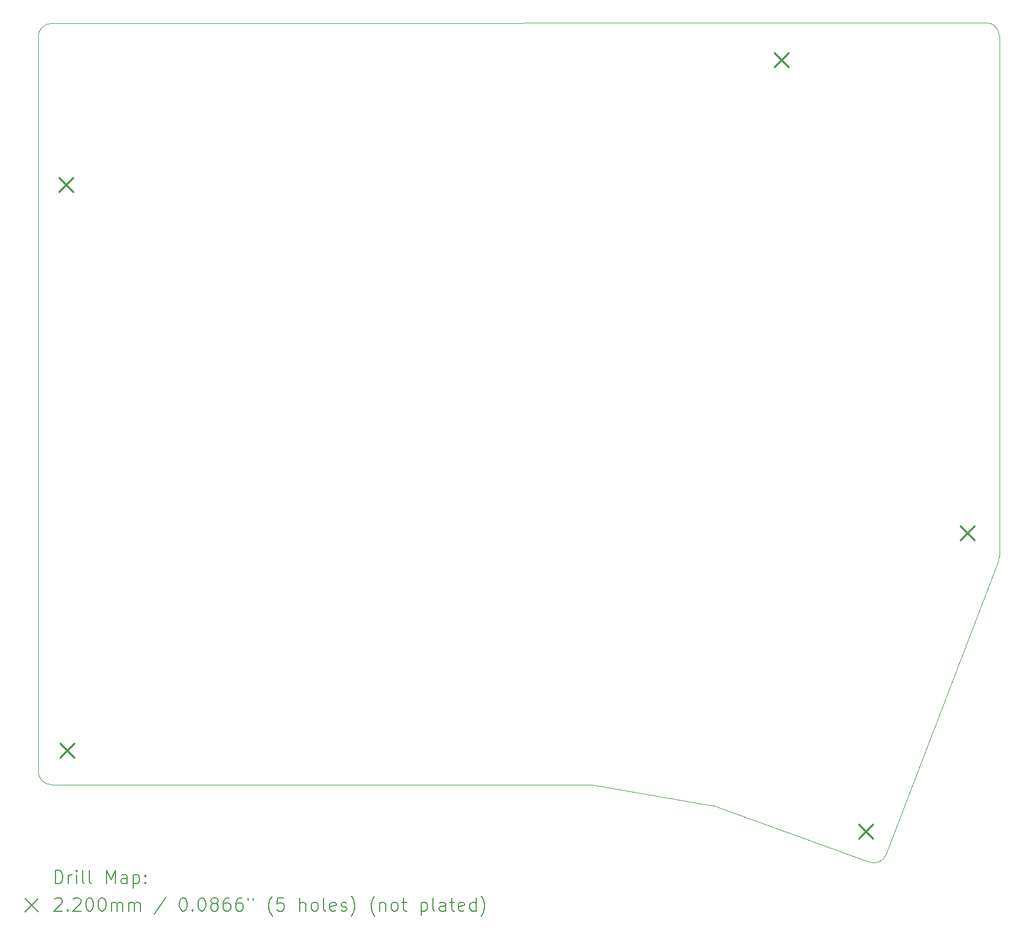
<source format=gbr>
%TF.GenerationSoftware,KiCad,Pcbnew,9.0.6*%
%TF.CreationDate,2025-12-07T22:27:31+09:00*%
%TF.ProjectId,tarakkie_v1_left_bot2,74617261-6b6b-4696-955f-76315f6c6566,rev?*%
%TF.SameCoordinates,Original*%
%TF.FileFunction,Drillmap*%
%TF.FilePolarity,Positive*%
%FSLAX45Y45*%
G04 Gerber Fmt 4.5, Leading zero omitted, Abs format (unit mm)*
G04 Created by KiCad (PCBNEW 9.0.6) date 2025-12-07 22:27:31*
%MOMM*%
%LPD*%
G01*
G04 APERTURE LIST*
%ADD10C,0.050000*%
%ADD11C,0.200000*%
%ADD12C,0.220000*%
G04 APERTURE END LIST*
D10*
X18548348Y-11964625D02*
X16832015Y-16445591D01*
X18359828Y-3747552D02*
G75*
G02*
X18559998Y-3947552I172J-199998D01*
G01*
X16832015Y-16445591D02*
G75*
G02*
X16576900Y-16562006I-186765J71541D01*
G01*
X3900000Y-3959828D02*
G75*
G02*
X4099828Y-3759830I200000J-2D01*
G01*
X14200280Y-15701210D02*
X12346663Y-15384609D01*
X18560000Y-3947552D02*
X18560000Y-11897357D01*
X4099828Y-3759828D02*
X18359828Y-3747552D01*
X12313032Y-15381754D02*
X4099958Y-15380042D01*
X4099958Y-15380042D02*
G75*
G02*
X3899998Y-15180042I42J200002D01*
G01*
X14200280Y-15701210D02*
G75*
G02*
X14234956Y-15710396I-33670J-197140D01*
G01*
X16576898Y-16562012D02*
X14234956Y-15710397D01*
X3900000Y-15180042D02*
X3900000Y-3959828D01*
X18560000Y-11897357D02*
G75*
G02*
X18548348Y-11964624I-199970J-3D01*
G01*
X12313032Y-15381754D02*
G75*
G02*
X12346663Y-15384609I-42J-200006D01*
G01*
D11*
D12*
X4210000Y-6110000D02*
X4430000Y-6330000D01*
X4430000Y-6110000D02*
X4210000Y-6330000D01*
X4230000Y-14750000D02*
X4450000Y-14970000D01*
X4450000Y-14750000D02*
X4230000Y-14970000D01*
X15130000Y-4206000D02*
X15350000Y-4426000D01*
X15350000Y-4206000D02*
X15130000Y-4426000D01*
X16410000Y-15980000D02*
X16630000Y-16200000D01*
X16630000Y-15980000D02*
X16410000Y-16200000D01*
X17959000Y-11426000D02*
X18179000Y-11646000D01*
X18179000Y-11426000D02*
X17959000Y-11646000D01*
D11*
X4158277Y-16888032D02*
X4158277Y-16688031D01*
X4158277Y-16688031D02*
X4205896Y-16688031D01*
X4205896Y-16688031D02*
X4234467Y-16697555D01*
X4234467Y-16697555D02*
X4253515Y-16716603D01*
X4253515Y-16716603D02*
X4263039Y-16735650D01*
X4263039Y-16735650D02*
X4272563Y-16773746D01*
X4272563Y-16773746D02*
X4272563Y-16802317D01*
X4272563Y-16802317D02*
X4263039Y-16840412D01*
X4263039Y-16840412D02*
X4253515Y-16859460D01*
X4253515Y-16859460D02*
X4234467Y-16878508D01*
X4234467Y-16878508D02*
X4205896Y-16888032D01*
X4205896Y-16888032D02*
X4158277Y-16888032D01*
X4358277Y-16888032D02*
X4358277Y-16754698D01*
X4358277Y-16792793D02*
X4367801Y-16773746D01*
X4367801Y-16773746D02*
X4377324Y-16764222D01*
X4377324Y-16764222D02*
X4396372Y-16754698D01*
X4396372Y-16754698D02*
X4415420Y-16754698D01*
X4482086Y-16888032D02*
X4482086Y-16754698D01*
X4482086Y-16688031D02*
X4472563Y-16697555D01*
X4472563Y-16697555D02*
X4482086Y-16707079D01*
X4482086Y-16707079D02*
X4491610Y-16697555D01*
X4491610Y-16697555D02*
X4482086Y-16688031D01*
X4482086Y-16688031D02*
X4482086Y-16707079D01*
X4605896Y-16888032D02*
X4586848Y-16878508D01*
X4586848Y-16878508D02*
X4577324Y-16859460D01*
X4577324Y-16859460D02*
X4577324Y-16688031D01*
X4710658Y-16888032D02*
X4691610Y-16878508D01*
X4691610Y-16878508D02*
X4682086Y-16859460D01*
X4682086Y-16859460D02*
X4682086Y-16688031D01*
X4939229Y-16888032D02*
X4939229Y-16688031D01*
X4939229Y-16688031D02*
X5005896Y-16830889D01*
X5005896Y-16830889D02*
X5072563Y-16688031D01*
X5072563Y-16688031D02*
X5072563Y-16888032D01*
X5253515Y-16888032D02*
X5253515Y-16783270D01*
X5253515Y-16783270D02*
X5243991Y-16764222D01*
X5243991Y-16764222D02*
X5224944Y-16754698D01*
X5224944Y-16754698D02*
X5186848Y-16754698D01*
X5186848Y-16754698D02*
X5167801Y-16764222D01*
X5253515Y-16878508D02*
X5234467Y-16888032D01*
X5234467Y-16888032D02*
X5186848Y-16888032D01*
X5186848Y-16888032D02*
X5167801Y-16878508D01*
X5167801Y-16878508D02*
X5158277Y-16859460D01*
X5158277Y-16859460D02*
X5158277Y-16840412D01*
X5158277Y-16840412D02*
X5167801Y-16821365D01*
X5167801Y-16821365D02*
X5186848Y-16811841D01*
X5186848Y-16811841D02*
X5234467Y-16811841D01*
X5234467Y-16811841D02*
X5253515Y-16802317D01*
X5348753Y-16754698D02*
X5348753Y-16954698D01*
X5348753Y-16764222D02*
X5367801Y-16754698D01*
X5367801Y-16754698D02*
X5405896Y-16754698D01*
X5405896Y-16754698D02*
X5424944Y-16764222D01*
X5424944Y-16764222D02*
X5434467Y-16773746D01*
X5434467Y-16773746D02*
X5443991Y-16792793D01*
X5443991Y-16792793D02*
X5443991Y-16849936D01*
X5443991Y-16849936D02*
X5434467Y-16868984D01*
X5434467Y-16868984D02*
X5424944Y-16878508D01*
X5424944Y-16878508D02*
X5405896Y-16888032D01*
X5405896Y-16888032D02*
X5367801Y-16888032D01*
X5367801Y-16888032D02*
X5348753Y-16878508D01*
X5529705Y-16868984D02*
X5539229Y-16878508D01*
X5539229Y-16878508D02*
X5529705Y-16888032D01*
X5529705Y-16888032D02*
X5520182Y-16878508D01*
X5520182Y-16878508D02*
X5529705Y-16868984D01*
X5529705Y-16868984D02*
X5529705Y-16888032D01*
X5529705Y-16764222D02*
X5539229Y-16773746D01*
X5539229Y-16773746D02*
X5529705Y-16783270D01*
X5529705Y-16783270D02*
X5520182Y-16773746D01*
X5520182Y-16773746D02*
X5529705Y-16764222D01*
X5529705Y-16764222D02*
X5529705Y-16783270D01*
X3697500Y-17116548D02*
X3897500Y-17316548D01*
X3897500Y-17116548D02*
X3697500Y-17316548D01*
X4148753Y-17127079D02*
X4158277Y-17117555D01*
X4158277Y-17117555D02*
X4177324Y-17108032D01*
X4177324Y-17108032D02*
X4224944Y-17108032D01*
X4224944Y-17108032D02*
X4243991Y-17117555D01*
X4243991Y-17117555D02*
X4253515Y-17127079D01*
X4253515Y-17127079D02*
X4263039Y-17146127D01*
X4263039Y-17146127D02*
X4263039Y-17165174D01*
X4263039Y-17165174D02*
X4253515Y-17193746D01*
X4253515Y-17193746D02*
X4139229Y-17308032D01*
X4139229Y-17308032D02*
X4263039Y-17308032D01*
X4348753Y-17288984D02*
X4358277Y-17298508D01*
X4358277Y-17298508D02*
X4348753Y-17308032D01*
X4348753Y-17308032D02*
X4339229Y-17298508D01*
X4339229Y-17298508D02*
X4348753Y-17288984D01*
X4348753Y-17288984D02*
X4348753Y-17308032D01*
X4434467Y-17127079D02*
X4443991Y-17117555D01*
X4443991Y-17117555D02*
X4463039Y-17108032D01*
X4463039Y-17108032D02*
X4510658Y-17108032D01*
X4510658Y-17108032D02*
X4529705Y-17117555D01*
X4529705Y-17117555D02*
X4539229Y-17127079D01*
X4539229Y-17127079D02*
X4548753Y-17146127D01*
X4548753Y-17146127D02*
X4548753Y-17165174D01*
X4548753Y-17165174D02*
X4539229Y-17193746D01*
X4539229Y-17193746D02*
X4424944Y-17308032D01*
X4424944Y-17308032D02*
X4548753Y-17308032D01*
X4672563Y-17108032D02*
X4691610Y-17108032D01*
X4691610Y-17108032D02*
X4710658Y-17117555D01*
X4710658Y-17117555D02*
X4720182Y-17127079D01*
X4720182Y-17127079D02*
X4729705Y-17146127D01*
X4729705Y-17146127D02*
X4739229Y-17184222D01*
X4739229Y-17184222D02*
X4739229Y-17231841D01*
X4739229Y-17231841D02*
X4729705Y-17269936D01*
X4729705Y-17269936D02*
X4720182Y-17288984D01*
X4720182Y-17288984D02*
X4710658Y-17298508D01*
X4710658Y-17298508D02*
X4691610Y-17308032D01*
X4691610Y-17308032D02*
X4672563Y-17308032D01*
X4672563Y-17308032D02*
X4653515Y-17298508D01*
X4653515Y-17298508D02*
X4643991Y-17288984D01*
X4643991Y-17288984D02*
X4634467Y-17269936D01*
X4634467Y-17269936D02*
X4624944Y-17231841D01*
X4624944Y-17231841D02*
X4624944Y-17184222D01*
X4624944Y-17184222D02*
X4634467Y-17146127D01*
X4634467Y-17146127D02*
X4643991Y-17127079D01*
X4643991Y-17127079D02*
X4653515Y-17117555D01*
X4653515Y-17117555D02*
X4672563Y-17108032D01*
X4863039Y-17108032D02*
X4882086Y-17108032D01*
X4882086Y-17108032D02*
X4901134Y-17117555D01*
X4901134Y-17117555D02*
X4910658Y-17127079D01*
X4910658Y-17127079D02*
X4920182Y-17146127D01*
X4920182Y-17146127D02*
X4929705Y-17184222D01*
X4929705Y-17184222D02*
X4929705Y-17231841D01*
X4929705Y-17231841D02*
X4920182Y-17269936D01*
X4920182Y-17269936D02*
X4910658Y-17288984D01*
X4910658Y-17288984D02*
X4901134Y-17298508D01*
X4901134Y-17298508D02*
X4882086Y-17308032D01*
X4882086Y-17308032D02*
X4863039Y-17308032D01*
X4863039Y-17308032D02*
X4843991Y-17298508D01*
X4843991Y-17298508D02*
X4834467Y-17288984D01*
X4834467Y-17288984D02*
X4824944Y-17269936D01*
X4824944Y-17269936D02*
X4815420Y-17231841D01*
X4815420Y-17231841D02*
X4815420Y-17184222D01*
X4815420Y-17184222D02*
X4824944Y-17146127D01*
X4824944Y-17146127D02*
X4834467Y-17127079D01*
X4834467Y-17127079D02*
X4843991Y-17117555D01*
X4843991Y-17117555D02*
X4863039Y-17108032D01*
X5015420Y-17308032D02*
X5015420Y-17174698D01*
X5015420Y-17193746D02*
X5024944Y-17184222D01*
X5024944Y-17184222D02*
X5043991Y-17174698D01*
X5043991Y-17174698D02*
X5072563Y-17174698D01*
X5072563Y-17174698D02*
X5091610Y-17184222D01*
X5091610Y-17184222D02*
X5101134Y-17203270D01*
X5101134Y-17203270D02*
X5101134Y-17308032D01*
X5101134Y-17203270D02*
X5110658Y-17184222D01*
X5110658Y-17184222D02*
X5129705Y-17174698D01*
X5129705Y-17174698D02*
X5158277Y-17174698D01*
X5158277Y-17174698D02*
X5177325Y-17184222D01*
X5177325Y-17184222D02*
X5186848Y-17203270D01*
X5186848Y-17203270D02*
X5186848Y-17308032D01*
X5282086Y-17308032D02*
X5282086Y-17174698D01*
X5282086Y-17193746D02*
X5291610Y-17184222D01*
X5291610Y-17184222D02*
X5310658Y-17174698D01*
X5310658Y-17174698D02*
X5339229Y-17174698D01*
X5339229Y-17174698D02*
X5358277Y-17184222D01*
X5358277Y-17184222D02*
X5367801Y-17203270D01*
X5367801Y-17203270D02*
X5367801Y-17308032D01*
X5367801Y-17203270D02*
X5377325Y-17184222D01*
X5377325Y-17184222D02*
X5396372Y-17174698D01*
X5396372Y-17174698D02*
X5424944Y-17174698D01*
X5424944Y-17174698D02*
X5443991Y-17184222D01*
X5443991Y-17184222D02*
X5453515Y-17203270D01*
X5453515Y-17203270D02*
X5453515Y-17308032D01*
X5843991Y-17098508D02*
X5672563Y-17355651D01*
X6101134Y-17108032D02*
X6120182Y-17108032D01*
X6120182Y-17108032D02*
X6139229Y-17117555D01*
X6139229Y-17117555D02*
X6148753Y-17127079D01*
X6148753Y-17127079D02*
X6158277Y-17146127D01*
X6158277Y-17146127D02*
X6167801Y-17184222D01*
X6167801Y-17184222D02*
X6167801Y-17231841D01*
X6167801Y-17231841D02*
X6158277Y-17269936D01*
X6158277Y-17269936D02*
X6148753Y-17288984D01*
X6148753Y-17288984D02*
X6139229Y-17298508D01*
X6139229Y-17298508D02*
X6120182Y-17308032D01*
X6120182Y-17308032D02*
X6101134Y-17308032D01*
X6101134Y-17308032D02*
X6082086Y-17298508D01*
X6082086Y-17298508D02*
X6072563Y-17288984D01*
X6072563Y-17288984D02*
X6063039Y-17269936D01*
X6063039Y-17269936D02*
X6053515Y-17231841D01*
X6053515Y-17231841D02*
X6053515Y-17184222D01*
X6053515Y-17184222D02*
X6063039Y-17146127D01*
X6063039Y-17146127D02*
X6072563Y-17127079D01*
X6072563Y-17127079D02*
X6082086Y-17117555D01*
X6082086Y-17117555D02*
X6101134Y-17108032D01*
X6253515Y-17288984D02*
X6263039Y-17298508D01*
X6263039Y-17298508D02*
X6253515Y-17308032D01*
X6253515Y-17308032D02*
X6243991Y-17298508D01*
X6243991Y-17298508D02*
X6253515Y-17288984D01*
X6253515Y-17288984D02*
X6253515Y-17308032D01*
X6386848Y-17108032D02*
X6405896Y-17108032D01*
X6405896Y-17108032D02*
X6424944Y-17117555D01*
X6424944Y-17117555D02*
X6434467Y-17127079D01*
X6434467Y-17127079D02*
X6443991Y-17146127D01*
X6443991Y-17146127D02*
X6453515Y-17184222D01*
X6453515Y-17184222D02*
X6453515Y-17231841D01*
X6453515Y-17231841D02*
X6443991Y-17269936D01*
X6443991Y-17269936D02*
X6434467Y-17288984D01*
X6434467Y-17288984D02*
X6424944Y-17298508D01*
X6424944Y-17298508D02*
X6405896Y-17308032D01*
X6405896Y-17308032D02*
X6386848Y-17308032D01*
X6386848Y-17308032D02*
X6367801Y-17298508D01*
X6367801Y-17298508D02*
X6358277Y-17288984D01*
X6358277Y-17288984D02*
X6348753Y-17269936D01*
X6348753Y-17269936D02*
X6339229Y-17231841D01*
X6339229Y-17231841D02*
X6339229Y-17184222D01*
X6339229Y-17184222D02*
X6348753Y-17146127D01*
X6348753Y-17146127D02*
X6358277Y-17127079D01*
X6358277Y-17127079D02*
X6367801Y-17117555D01*
X6367801Y-17117555D02*
X6386848Y-17108032D01*
X6567801Y-17193746D02*
X6548753Y-17184222D01*
X6548753Y-17184222D02*
X6539229Y-17174698D01*
X6539229Y-17174698D02*
X6529706Y-17155651D01*
X6529706Y-17155651D02*
X6529706Y-17146127D01*
X6529706Y-17146127D02*
X6539229Y-17127079D01*
X6539229Y-17127079D02*
X6548753Y-17117555D01*
X6548753Y-17117555D02*
X6567801Y-17108032D01*
X6567801Y-17108032D02*
X6605896Y-17108032D01*
X6605896Y-17108032D02*
X6624944Y-17117555D01*
X6624944Y-17117555D02*
X6634467Y-17127079D01*
X6634467Y-17127079D02*
X6643991Y-17146127D01*
X6643991Y-17146127D02*
X6643991Y-17155651D01*
X6643991Y-17155651D02*
X6634467Y-17174698D01*
X6634467Y-17174698D02*
X6624944Y-17184222D01*
X6624944Y-17184222D02*
X6605896Y-17193746D01*
X6605896Y-17193746D02*
X6567801Y-17193746D01*
X6567801Y-17193746D02*
X6548753Y-17203270D01*
X6548753Y-17203270D02*
X6539229Y-17212793D01*
X6539229Y-17212793D02*
X6529706Y-17231841D01*
X6529706Y-17231841D02*
X6529706Y-17269936D01*
X6529706Y-17269936D02*
X6539229Y-17288984D01*
X6539229Y-17288984D02*
X6548753Y-17298508D01*
X6548753Y-17298508D02*
X6567801Y-17308032D01*
X6567801Y-17308032D02*
X6605896Y-17308032D01*
X6605896Y-17308032D02*
X6624944Y-17298508D01*
X6624944Y-17298508D02*
X6634467Y-17288984D01*
X6634467Y-17288984D02*
X6643991Y-17269936D01*
X6643991Y-17269936D02*
X6643991Y-17231841D01*
X6643991Y-17231841D02*
X6634467Y-17212793D01*
X6634467Y-17212793D02*
X6624944Y-17203270D01*
X6624944Y-17203270D02*
X6605896Y-17193746D01*
X6815420Y-17108032D02*
X6777325Y-17108032D01*
X6777325Y-17108032D02*
X6758277Y-17117555D01*
X6758277Y-17117555D02*
X6748753Y-17127079D01*
X6748753Y-17127079D02*
X6729706Y-17155651D01*
X6729706Y-17155651D02*
X6720182Y-17193746D01*
X6720182Y-17193746D02*
X6720182Y-17269936D01*
X6720182Y-17269936D02*
X6729706Y-17288984D01*
X6729706Y-17288984D02*
X6739229Y-17298508D01*
X6739229Y-17298508D02*
X6758277Y-17308032D01*
X6758277Y-17308032D02*
X6796372Y-17308032D01*
X6796372Y-17308032D02*
X6815420Y-17298508D01*
X6815420Y-17298508D02*
X6824944Y-17288984D01*
X6824944Y-17288984D02*
X6834467Y-17269936D01*
X6834467Y-17269936D02*
X6834467Y-17222317D01*
X6834467Y-17222317D02*
X6824944Y-17203270D01*
X6824944Y-17203270D02*
X6815420Y-17193746D01*
X6815420Y-17193746D02*
X6796372Y-17184222D01*
X6796372Y-17184222D02*
X6758277Y-17184222D01*
X6758277Y-17184222D02*
X6739229Y-17193746D01*
X6739229Y-17193746D02*
X6729706Y-17203270D01*
X6729706Y-17203270D02*
X6720182Y-17222317D01*
X7005896Y-17108032D02*
X6967801Y-17108032D01*
X6967801Y-17108032D02*
X6948753Y-17117555D01*
X6948753Y-17117555D02*
X6939229Y-17127079D01*
X6939229Y-17127079D02*
X6920182Y-17155651D01*
X6920182Y-17155651D02*
X6910658Y-17193746D01*
X6910658Y-17193746D02*
X6910658Y-17269936D01*
X6910658Y-17269936D02*
X6920182Y-17288984D01*
X6920182Y-17288984D02*
X6929706Y-17298508D01*
X6929706Y-17298508D02*
X6948753Y-17308032D01*
X6948753Y-17308032D02*
X6986848Y-17308032D01*
X6986848Y-17308032D02*
X7005896Y-17298508D01*
X7005896Y-17298508D02*
X7015420Y-17288984D01*
X7015420Y-17288984D02*
X7024944Y-17269936D01*
X7024944Y-17269936D02*
X7024944Y-17222317D01*
X7024944Y-17222317D02*
X7015420Y-17203270D01*
X7015420Y-17203270D02*
X7005896Y-17193746D01*
X7005896Y-17193746D02*
X6986848Y-17184222D01*
X6986848Y-17184222D02*
X6948753Y-17184222D01*
X6948753Y-17184222D02*
X6929706Y-17193746D01*
X6929706Y-17193746D02*
X6920182Y-17203270D01*
X6920182Y-17203270D02*
X6910658Y-17222317D01*
X7101134Y-17108032D02*
X7101134Y-17146127D01*
X7177325Y-17108032D02*
X7177325Y-17146127D01*
X7472563Y-17384222D02*
X7463039Y-17374698D01*
X7463039Y-17374698D02*
X7443991Y-17346127D01*
X7443991Y-17346127D02*
X7434468Y-17327079D01*
X7434468Y-17327079D02*
X7424944Y-17298508D01*
X7424944Y-17298508D02*
X7415420Y-17250889D01*
X7415420Y-17250889D02*
X7415420Y-17212793D01*
X7415420Y-17212793D02*
X7424944Y-17165174D01*
X7424944Y-17165174D02*
X7434468Y-17136603D01*
X7434468Y-17136603D02*
X7443991Y-17117555D01*
X7443991Y-17117555D02*
X7463039Y-17088984D01*
X7463039Y-17088984D02*
X7472563Y-17079460D01*
X7643991Y-17108032D02*
X7548753Y-17108032D01*
X7548753Y-17108032D02*
X7539229Y-17203270D01*
X7539229Y-17203270D02*
X7548753Y-17193746D01*
X7548753Y-17193746D02*
X7567801Y-17184222D01*
X7567801Y-17184222D02*
X7615420Y-17184222D01*
X7615420Y-17184222D02*
X7634468Y-17193746D01*
X7634468Y-17193746D02*
X7643991Y-17203270D01*
X7643991Y-17203270D02*
X7653515Y-17222317D01*
X7653515Y-17222317D02*
X7653515Y-17269936D01*
X7653515Y-17269936D02*
X7643991Y-17288984D01*
X7643991Y-17288984D02*
X7634468Y-17298508D01*
X7634468Y-17298508D02*
X7615420Y-17308032D01*
X7615420Y-17308032D02*
X7567801Y-17308032D01*
X7567801Y-17308032D02*
X7548753Y-17298508D01*
X7548753Y-17298508D02*
X7539229Y-17288984D01*
X7891610Y-17308032D02*
X7891610Y-17108032D01*
X7977325Y-17308032D02*
X7977325Y-17203270D01*
X7977325Y-17203270D02*
X7967801Y-17184222D01*
X7967801Y-17184222D02*
X7948753Y-17174698D01*
X7948753Y-17174698D02*
X7920182Y-17174698D01*
X7920182Y-17174698D02*
X7901134Y-17184222D01*
X7901134Y-17184222D02*
X7891610Y-17193746D01*
X8101134Y-17308032D02*
X8082087Y-17298508D01*
X8082087Y-17298508D02*
X8072563Y-17288984D01*
X8072563Y-17288984D02*
X8063039Y-17269936D01*
X8063039Y-17269936D02*
X8063039Y-17212793D01*
X8063039Y-17212793D02*
X8072563Y-17193746D01*
X8072563Y-17193746D02*
X8082087Y-17184222D01*
X8082087Y-17184222D02*
X8101134Y-17174698D01*
X8101134Y-17174698D02*
X8129706Y-17174698D01*
X8129706Y-17174698D02*
X8148753Y-17184222D01*
X8148753Y-17184222D02*
X8158277Y-17193746D01*
X8158277Y-17193746D02*
X8167801Y-17212793D01*
X8167801Y-17212793D02*
X8167801Y-17269936D01*
X8167801Y-17269936D02*
X8158277Y-17288984D01*
X8158277Y-17288984D02*
X8148753Y-17298508D01*
X8148753Y-17298508D02*
X8129706Y-17308032D01*
X8129706Y-17308032D02*
X8101134Y-17308032D01*
X8282087Y-17308032D02*
X8263039Y-17298508D01*
X8263039Y-17298508D02*
X8253515Y-17279460D01*
X8253515Y-17279460D02*
X8253515Y-17108032D01*
X8434468Y-17298508D02*
X8415420Y-17308032D01*
X8415420Y-17308032D02*
X8377325Y-17308032D01*
X8377325Y-17308032D02*
X8358277Y-17298508D01*
X8358277Y-17298508D02*
X8348753Y-17279460D01*
X8348753Y-17279460D02*
X8348753Y-17203270D01*
X8348753Y-17203270D02*
X8358277Y-17184222D01*
X8358277Y-17184222D02*
X8377325Y-17174698D01*
X8377325Y-17174698D02*
X8415420Y-17174698D01*
X8415420Y-17174698D02*
X8434468Y-17184222D01*
X8434468Y-17184222D02*
X8443992Y-17203270D01*
X8443992Y-17203270D02*
X8443992Y-17222317D01*
X8443992Y-17222317D02*
X8348753Y-17241365D01*
X8520182Y-17298508D02*
X8539230Y-17308032D01*
X8539230Y-17308032D02*
X8577325Y-17308032D01*
X8577325Y-17308032D02*
X8596373Y-17298508D01*
X8596373Y-17298508D02*
X8605896Y-17279460D01*
X8605896Y-17279460D02*
X8605896Y-17269936D01*
X8605896Y-17269936D02*
X8596373Y-17250889D01*
X8596373Y-17250889D02*
X8577325Y-17241365D01*
X8577325Y-17241365D02*
X8548753Y-17241365D01*
X8548753Y-17241365D02*
X8529706Y-17231841D01*
X8529706Y-17231841D02*
X8520182Y-17212793D01*
X8520182Y-17212793D02*
X8520182Y-17203270D01*
X8520182Y-17203270D02*
X8529706Y-17184222D01*
X8529706Y-17184222D02*
X8548753Y-17174698D01*
X8548753Y-17174698D02*
X8577325Y-17174698D01*
X8577325Y-17174698D02*
X8596373Y-17184222D01*
X8672563Y-17384222D02*
X8682087Y-17374698D01*
X8682087Y-17374698D02*
X8701134Y-17346127D01*
X8701134Y-17346127D02*
X8710658Y-17327079D01*
X8710658Y-17327079D02*
X8720182Y-17298508D01*
X8720182Y-17298508D02*
X8729706Y-17250889D01*
X8729706Y-17250889D02*
X8729706Y-17212793D01*
X8729706Y-17212793D02*
X8720182Y-17165174D01*
X8720182Y-17165174D02*
X8710658Y-17136603D01*
X8710658Y-17136603D02*
X8701134Y-17117555D01*
X8701134Y-17117555D02*
X8682087Y-17088984D01*
X8682087Y-17088984D02*
X8672563Y-17079460D01*
X9034468Y-17384222D02*
X9024944Y-17374698D01*
X9024944Y-17374698D02*
X9005896Y-17346127D01*
X9005896Y-17346127D02*
X8996373Y-17327079D01*
X8996373Y-17327079D02*
X8986849Y-17298508D01*
X8986849Y-17298508D02*
X8977325Y-17250889D01*
X8977325Y-17250889D02*
X8977325Y-17212793D01*
X8977325Y-17212793D02*
X8986849Y-17165174D01*
X8986849Y-17165174D02*
X8996373Y-17136603D01*
X8996373Y-17136603D02*
X9005896Y-17117555D01*
X9005896Y-17117555D02*
X9024944Y-17088984D01*
X9024944Y-17088984D02*
X9034468Y-17079460D01*
X9110658Y-17174698D02*
X9110658Y-17308032D01*
X9110658Y-17193746D02*
X9120182Y-17184222D01*
X9120182Y-17184222D02*
X9139230Y-17174698D01*
X9139230Y-17174698D02*
X9167801Y-17174698D01*
X9167801Y-17174698D02*
X9186849Y-17184222D01*
X9186849Y-17184222D02*
X9196373Y-17203270D01*
X9196373Y-17203270D02*
X9196373Y-17308032D01*
X9320182Y-17308032D02*
X9301134Y-17298508D01*
X9301134Y-17298508D02*
X9291611Y-17288984D01*
X9291611Y-17288984D02*
X9282087Y-17269936D01*
X9282087Y-17269936D02*
X9282087Y-17212793D01*
X9282087Y-17212793D02*
X9291611Y-17193746D01*
X9291611Y-17193746D02*
X9301134Y-17184222D01*
X9301134Y-17184222D02*
X9320182Y-17174698D01*
X9320182Y-17174698D02*
X9348754Y-17174698D01*
X9348754Y-17174698D02*
X9367801Y-17184222D01*
X9367801Y-17184222D02*
X9377325Y-17193746D01*
X9377325Y-17193746D02*
X9386849Y-17212793D01*
X9386849Y-17212793D02*
X9386849Y-17269936D01*
X9386849Y-17269936D02*
X9377325Y-17288984D01*
X9377325Y-17288984D02*
X9367801Y-17298508D01*
X9367801Y-17298508D02*
X9348754Y-17308032D01*
X9348754Y-17308032D02*
X9320182Y-17308032D01*
X9443992Y-17174698D02*
X9520182Y-17174698D01*
X9472563Y-17108032D02*
X9472563Y-17279460D01*
X9472563Y-17279460D02*
X9482087Y-17298508D01*
X9482087Y-17298508D02*
X9501134Y-17308032D01*
X9501134Y-17308032D02*
X9520182Y-17308032D01*
X9739230Y-17174698D02*
X9739230Y-17374698D01*
X9739230Y-17184222D02*
X9758277Y-17174698D01*
X9758277Y-17174698D02*
X9796373Y-17174698D01*
X9796373Y-17174698D02*
X9815420Y-17184222D01*
X9815420Y-17184222D02*
X9824944Y-17193746D01*
X9824944Y-17193746D02*
X9834468Y-17212793D01*
X9834468Y-17212793D02*
X9834468Y-17269936D01*
X9834468Y-17269936D02*
X9824944Y-17288984D01*
X9824944Y-17288984D02*
X9815420Y-17298508D01*
X9815420Y-17298508D02*
X9796373Y-17308032D01*
X9796373Y-17308032D02*
X9758277Y-17308032D01*
X9758277Y-17308032D02*
X9739230Y-17298508D01*
X9948754Y-17308032D02*
X9929706Y-17298508D01*
X9929706Y-17298508D02*
X9920182Y-17279460D01*
X9920182Y-17279460D02*
X9920182Y-17108032D01*
X10110658Y-17308032D02*
X10110658Y-17203270D01*
X10110658Y-17203270D02*
X10101135Y-17184222D01*
X10101135Y-17184222D02*
X10082087Y-17174698D01*
X10082087Y-17174698D02*
X10043992Y-17174698D01*
X10043992Y-17174698D02*
X10024944Y-17184222D01*
X10110658Y-17298508D02*
X10091611Y-17308032D01*
X10091611Y-17308032D02*
X10043992Y-17308032D01*
X10043992Y-17308032D02*
X10024944Y-17298508D01*
X10024944Y-17298508D02*
X10015420Y-17279460D01*
X10015420Y-17279460D02*
X10015420Y-17260412D01*
X10015420Y-17260412D02*
X10024944Y-17241365D01*
X10024944Y-17241365D02*
X10043992Y-17231841D01*
X10043992Y-17231841D02*
X10091611Y-17231841D01*
X10091611Y-17231841D02*
X10110658Y-17222317D01*
X10177325Y-17174698D02*
X10253515Y-17174698D01*
X10205896Y-17108032D02*
X10205896Y-17279460D01*
X10205896Y-17279460D02*
X10215420Y-17298508D01*
X10215420Y-17298508D02*
X10234468Y-17308032D01*
X10234468Y-17308032D02*
X10253515Y-17308032D01*
X10396373Y-17298508D02*
X10377325Y-17308032D01*
X10377325Y-17308032D02*
X10339230Y-17308032D01*
X10339230Y-17308032D02*
X10320182Y-17298508D01*
X10320182Y-17298508D02*
X10310658Y-17279460D01*
X10310658Y-17279460D02*
X10310658Y-17203270D01*
X10310658Y-17203270D02*
X10320182Y-17184222D01*
X10320182Y-17184222D02*
X10339230Y-17174698D01*
X10339230Y-17174698D02*
X10377325Y-17174698D01*
X10377325Y-17174698D02*
X10396373Y-17184222D01*
X10396373Y-17184222D02*
X10405896Y-17203270D01*
X10405896Y-17203270D02*
X10405896Y-17222317D01*
X10405896Y-17222317D02*
X10310658Y-17241365D01*
X10577325Y-17308032D02*
X10577325Y-17108032D01*
X10577325Y-17298508D02*
X10558277Y-17308032D01*
X10558277Y-17308032D02*
X10520182Y-17308032D01*
X10520182Y-17308032D02*
X10501135Y-17298508D01*
X10501135Y-17298508D02*
X10491611Y-17288984D01*
X10491611Y-17288984D02*
X10482087Y-17269936D01*
X10482087Y-17269936D02*
X10482087Y-17212793D01*
X10482087Y-17212793D02*
X10491611Y-17193746D01*
X10491611Y-17193746D02*
X10501135Y-17184222D01*
X10501135Y-17184222D02*
X10520182Y-17174698D01*
X10520182Y-17174698D02*
X10558277Y-17174698D01*
X10558277Y-17174698D02*
X10577325Y-17184222D01*
X10653516Y-17384222D02*
X10663039Y-17374698D01*
X10663039Y-17374698D02*
X10682087Y-17346127D01*
X10682087Y-17346127D02*
X10691611Y-17327079D01*
X10691611Y-17327079D02*
X10701135Y-17298508D01*
X10701135Y-17298508D02*
X10710658Y-17250889D01*
X10710658Y-17250889D02*
X10710658Y-17212793D01*
X10710658Y-17212793D02*
X10701135Y-17165174D01*
X10701135Y-17165174D02*
X10691611Y-17136603D01*
X10691611Y-17136603D02*
X10682087Y-17117555D01*
X10682087Y-17117555D02*
X10663039Y-17088984D01*
X10663039Y-17088984D02*
X10653516Y-17079460D01*
M02*

</source>
